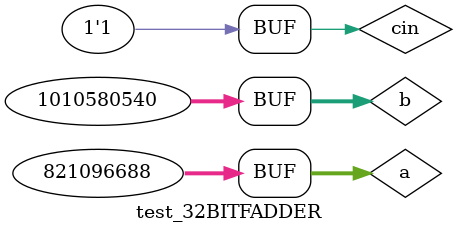
<source format=v>
`include "FADDER8BIT.v"

module FADDER32BIT(s,cin,cout,a,b);
    input cin;
    output cout;
    output [0:31] s;
    input [0:31] a,b;
    wire d0,d1,d2;

    FADDER8BIT F0(s[0:7],cin,d0,a[0:7],b[0:7]);
    FADDER8BIT F1(s[8:15],d0,d1,a[8:15],b[8:15]);
    FADDER8BIT F2(s[16:23],d1,d2,a[16:23],b[16:23]);
    FADDER8BIT F3(s[24:31],d2,cout,a[24:31],b[24:31]);
endmodule

module test_32BITFADDER; 
    reg [0:31]a;
    reg [0:31]b;
    wire [0:31]s;
    reg cin;
    wire cout;    
    FADDER32BIT add(s,cin,cout,a,b);
    initial
    begin
        $monitor("a=%b | b=%b | cin=%b | sum=%b | cout=%b",a,b,cin,s,cout);
    end
    initial 
    begin
        a=32'b01010101010101010101010101010101; b=32'b00011010101010101010101010101010; cin=1'b0;
        #3 a=32'b00000000000000000000000000000000; b=32'b00000000000000000000000000001001; cin=1'b0;
        #3 a=32'b00000000000000000000000000000001; b=32'b00000000000000000000000000001111; cin=1'b1;
        #3 a=32'b00110000111100001111000011110000; b=32'b00111100001111000011110000111100; cin=1'b1;
    end
endmodule
</source>
